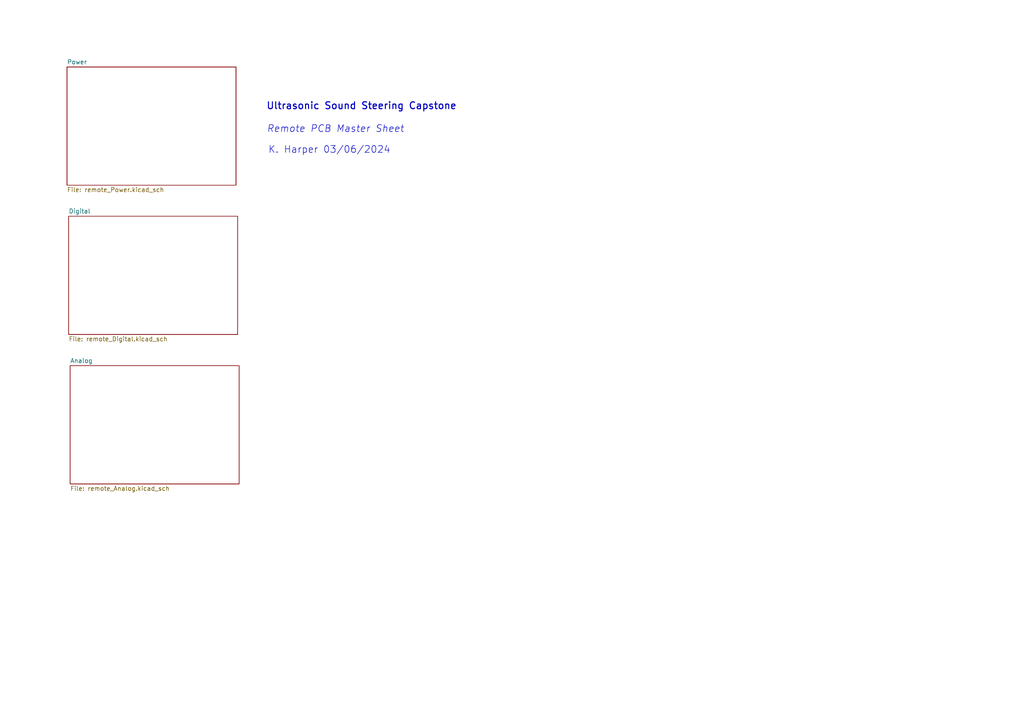
<source format=kicad_sch>
(kicad_sch (version 20211123) (generator eeschema)
  (paper "A4")
  (lib_symbols)
  (text "Remote PCB Master Sheet\n" (at 77.343 38.6588 0) (effects (font (size 2 2) italic) (justify left bottom)))
  (text "K. Harper 03/06/2024" (at 77.7748 44.704 0) (effects (font (size 2 2)) (justify left bottom)))
  (text "Ultrasonic Sound Steering Capstone \n" (at 77.1906 32.0294 0) (effects (font (size 2 2) (thickness 0.3) bold) (justify left bottom)))
  (sheet (at 20.3454 106.0704) (size 49.022 34.29) (stroke (width 0.1524))
    (property "Sheet name" "Analog" (at 20.3454 105.3588 0) (effects (justify left bottom)))
    (property "Sheet file" "remote_Analog.kicad_sch" (at 20.3454 140.945 0) (effects (justify left top)))
  )
  (sheet (at 19.431 19.431) (size 49.022 34.29) (stroke (width 0.1524))
    (property "Sheet name" "Power" (at 19.431 18.7194 0) (effects (justify left bottom)))
    (property "Sheet file" "remote_Power.kicad_sch" (at 19.431 54.3056 0) (effects (justify left top)))
  )
  (sheet (at 19.9136 62.7126) (size 49.022 34.29) (stroke (width 0.1524))
    (property "Sheet name" "Digital" (at 19.9136 62.001 0) (effects (justify left bottom)))
    (property "Sheet file" "remote_Digital.kicad_sch" (at 19.9136 97.5872 0) (effects (justify left top)))
  )
)
</source>
